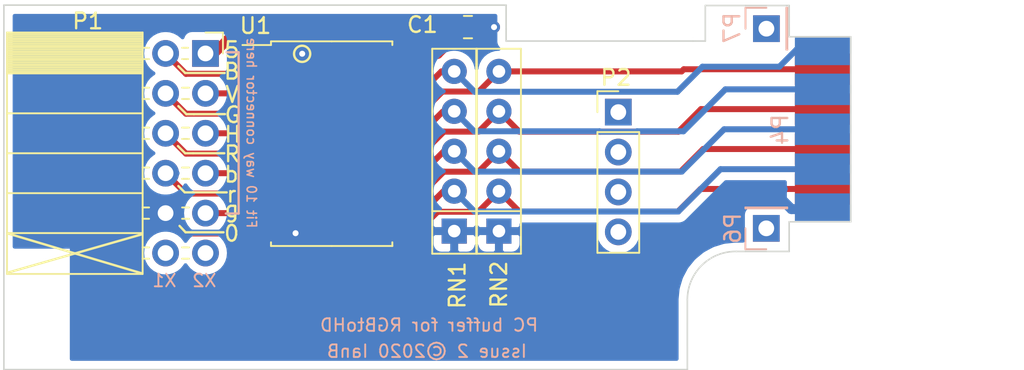
<source format=kicad_pcb>
(kicad_pcb (version 20171130) (host pcbnew "(5.1.4)-1")

  (general
    (thickness 1.6)
    (drawings 60)
    (tracks 128)
    (zones 0)
    (modules 10)
    (nets 27)
  )

  (page A4)
  (layers
    (0 F.Cu signal)
    (31 B.Cu signal)
    (34 B.Paste user hide)
    (35 F.Paste user hide)
    (36 B.SilkS user)
    (37 F.SilkS user)
    (38 B.Mask user hide)
    (39 F.Mask user hide)
    (40 Dwgs.User user hide)
    (41 Cmts.User user hide)
    (44 Edge.Cuts user)
    (45 Margin user hide)
    (46 B.CrtYd user hide)
    (47 F.CrtYd user)
    (48 B.Fab user hide)
    (49 F.Fab user hide)
  )

  (setup
    (last_trace_width 0.2032)
    (user_trace_width 0.2032)
    (user_trace_width 0.381)
    (user_trace_width 0.635)
    (user_trace_width 0.762)
    (user_trace_width 0.889)
    (user_trace_width 1.016)
    (user_trace_width 1.143)
    (user_trace_width 1.27)
    (trace_clearance 0.2032)
    (zone_clearance 0.508)
    (zone_45_only yes)
    (trace_min 0.2032)
    (via_size 0.6604)
    (via_drill 0.3048)
    (via_min_size 0.6604)
    (via_min_drill 0.3048)
    (uvia_size 0.6096)
    (uvia_drill 0.3048)
    (uvias_allowed no)
    (uvia_min_size 0)
    (uvia_min_drill 0)
    (edge_width 0.1)
    (segment_width 0.2)
    (pcb_text_width 0.2)
    (pcb_text_size 1.25 1.25)
    (mod_edge_width 0.15)
    (mod_text_size 1 1)
    (mod_text_width 0.15)
    (pad_size 3.5 1.75)
    (pad_drill 0)
    (pad_to_mask_clearance 0.15)
    (solder_mask_min_width 0.26)
    (aux_axis_origin 12.502 54.50096)
    (grid_origin 45.002 28.00096)
    (visible_elements 7FFFFFFF)
    (pcbplotparams
      (layerselection 0x010f0_ffffffff)
      (usegerberextensions true)
      (usegerberattributes false)
      (usegerberadvancedattributes false)
      (creategerberjobfile false)
      (excludeedgelayer true)
      (linewidth 0.100000)
      (plotframeref false)
      (viasonmask false)
      (mode 1)
      (useauxorigin false)
      (hpglpennumber 1)
      (hpglpenspeed 20)
      (hpglpendiameter 15.000000)
      (psnegative false)
      (psa4output false)
      (plotreference true)
      (plotvalue false)
      (plotinvisibletext false)
      (padsonsilk false)
      (subtractmaskfromsilk false)
      (outputformat 1)
      (mirror false)
      (drillshape 0)
      (scaleselection 1)
      (outputdirectory "manufacturing/"))
  )

  (net 0 "")
  (net 1 /GND)
  (net 2 /SYNC)
  (net 3 /VSYNC)
  (net 4 "Net-(P6-Pad1)")
  (net 5 /VCC)
  (net 6 "Net-(P7-Pad1)")
  (net 7 "Net-(P2-Pad4)")
  (net 8 "Net-(P2-Pad3)")
  (net 9 "Net-(P2-Pad2)")
  (net 10 "Net-(P2-Pad1)")
  (net 11 /I_VSYNC)
  (net 12 /I_SYNC)
  (net 13 /B3)
  (net 14 /G3)
  (net 15 /R3)
  (net 16 /B2)
  (net 17 /R2)
  (net 18 /G2)
  (net 19 /B1)
  (net 20 /R1)
  (net 21 /I_B3)
  (net 22 /I_G3)
  (net 23 /I_R3)
  (net 24 /I_R2)
  (net 25 /I_B2)
  (net 26 /I_G2)

  (net_class Default "This is the default net class."
    (clearance 0.2032)
    (trace_width 0.2032)
    (via_dia 0.6604)
    (via_drill 0.3048)
    (uvia_dia 0.6096)
    (uvia_drill 0.3048)
    (diff_pair_width 0.2032)
    (diff_pair_gap 0.25)
    (add_net /B1)
    (add_net /B2)
    (add_net /B3)
    (add_net /G2)
    (add_net /G3)
    (add_net /GND)
    (add_net /I_B2)
    (add_net /I_B3)
    (add_net /I_G2)
    (add_net /I_G3)
    (add_net /I_R2)
    (add_net /I_R3)
    (add_net /I_SYNC)
    (add_net /I_VSYNC)
    (add_net /R1)
    (add_net /R2)
    (add_net /R3)
    (add_net /SYNC)
    (add_net /VCC)
    (add_net /VSYNC)
    (add_net "Net-(P2-Pad1)")
    (add_net "Net-(P2-Pad2)")
    (add_net "Net-(P2-Pad3)")
    (add_net "Net-(P2-Pad4)")
    (add_net "Net-(P6-Pad1)")
    (add_net "Net-(P7-Pad1)")
  )

  (net_class Power ""
    (clearance 0.2032)
    (trace_width 0.381)
    (via_dia 0.762)
    (via_drill 0.381)
    (uvia_dia 0.6096)
    (uvia_drill 0.3048)
    (diff_pair_width 0.2032)
    (diff_pair_gap 0.25)
  )

  (module Connector_Harwin:Harwin_M20-89005xx_1x05_P2.54mm_Horizontal_CUSTOM_ODD (layer B.Cu) (tedit 5E710593) (tstamp 5E6AB2E8)
    (at 85.127 39.20096)
    (descr "Harwin Male Horizontal Surface Mount Single Row 2.54mm (0.1 inch) Pitch PCB Connector, M20-89005xx, 5 Pins per row (https://cdn.harwin.com/pdfs/M20-890.pdf), generated with kicad-footprint-generator")
    (tags "connector Harwin M20-890 horizontal")
    (path /5E6A8473)
    (fp_text reference P4 (at -8.215 0.02 90) (layer B.SilkS)
      (effects (font (size 1 1) (thickness 0.15)) (justify mirror))
    )
    (fp_text value Conn_01x05_CUSTOM_ODD (at -0.48 -7.55) (layer B.Fab)
      (effects (font (size 1 1) (thickness 0.15)) (justify mirror))
    )
    (fp_line (start -7.28 -6.85) (end -7.28 6.85) (layer B.CrtYd) (width 0.05))
    (fp_line (start 7.28 -6.85) (end -7.28 -6.85) (layer B.CrtYd) (width 0.05))
    (fp_line (start 7.28 6.85) (end 7.28 -6.85) (layer B.CrtYd) (width 0.05))
    (fp_line (start -7.28 6.85) (end 7.28 6.85) (layer B.CrtYd) (width 0.05))
    (fp_line (start -6.425 -4.76) (end -6.425 -5.4) (layer B.Fab) (width 0.1))
    (fp_line (start -6.425 -2.22) (end -6.425 -2.86) (layer B.Fab) (width 0.1))
    (fp_line (start -6.425 0.32) (end -6.425 -0.32) (layer B.Fab) (width 0.1))
    (fp_line (start -6.425 2.86) (end -6.425 2.22) (layer B.Fab) (width 0.1))
    (fp_line (start -6.425 5.4) (end -6.425 4.76) (layer B.Fab) (width 0.1))
    (pad 9 connect rect (at -5.525 -4.955) (size 3.5 1.75) (layers B.Cu B.Mask)
      (net 21 /I_B3))
    (pad 7 connect rect (at -5.525 -2.54) (size 3.5 2) (layers B.Cu B.Mask)
      (net 22 /I_G3))
    (pad 5 connect rect (at -5.525 0) (size 3.5 2) (layers B.Cu B.Mask)
      (net 23 /I_R3))
    (pad 3 connect rect (at -5.525 2.54) (size 3.5 2) (layers B.Cu B.Mask)
      (net 24 /I_R2))
    (pad 1 connect rect (at -5.525 4.955) (size 3.5 1.75) (layers B.Cu B.Mask)
      (net 1 /GND))
    (model ${KISYS3DMOD}/Connector_Harwin.3dshapes/Harwin_M20-89005xx_1x05_P2.54mm_Horizontal.wrl
      (at (xyz 0 0 0))
      (scale (xyz 1 1 1))
      (rotate (xyz 0 0 0))
    )
  )

  (module Resistor_THT:R_Array_SIP5 (layer F.Cu) (tedit 5A14249F) (tstamp 5E6AFCF6)
    (at 56.178 45.67936 90)
    (descr "5-pin Resistor SIP pack")
    (tags R)
    (path /5E6D7B29)
    (fp_text reference RN1 (at -3.45 0.2 90) (layer F.SilkS)
      (effects (font (size 1 1) (thickness 0.15)))
    )
    (fp_text value 470R (at 6.35 2.4 90) (layer F.Fab)
      (effects (font (size 1 1) (thickness 0.15)))
    )
    (fp_text user %R (at 5.08 0 90) (layer F.Fab)
      (effects (font (size 1 1) (thickness 0.15)))
    )
    (fp_line (start -1.29 -1.25) (end -1.29 1.25) (layer F.Fab) (width 0.1))
    (fp_line (start -1.29 1.25) (end 11.45 1.25) (layer F.Fab) (width 0.1))
    (fp_line (start 11.45 1.25) (end 11.45 -1.25) (layer F.Fab) (width 0.1))
    (fp_line (start 11.45 -1.25) (end -1.29 -1.25) (layer F.Fab) (width 0.1))
    (fp_line (start 1.27 -1.25) (end 1.27 1.25) (layer F.Fab) (width 0.1))
    (fp_line (start -1.44 -1.4) (end -1.44 1.4) (layer F.SilkS) (width 0.12))
    (fp_line (start -1.44 1.4) (end 11.6 1.4) (layer F.SilkS) (width 0.12))
    (fp_line (start 11.6 1.4) (end 11.6 -1.4) (layer F.SilkS) (width 0.12))
    (fp_line (start 11.6 -1.4) (end -1.44 -1.4) (layer F.SilkS) (width 0.12))
    (fp_line (start 1.27 -1.4) (end 1.27 1.4) (layer F.SilkS) (width 0.12))
    (fp_line (start -1.7 -1.65) (end -1.7 1.65) (layer F.CrtYd) (width 0.05))
    (fp_line (start -1.7 1.65) (end 11.9 1.65) (layer F.CrtYd) (width 0.05))
    (fp_line (start 11.9 1.65) (end 11.9 -1.65) (layer F.CrtYd) (width 0.05))
    (fp_line (start 11.9 -1.65) (end -1.7 -1.65) (layer F.CrtYd) (width 0.05))
    (pad 1 thru_hole rect (at 0 0 90) (size 1.6 1.6) (drill 0.8) (layers *.Cu *.Mask)
      (net 1 /GND))
    (pad 2 thru_hole oval (at 2.54 0 90) (size 1.6 1.6) (drill 0.8) (layers *.Cu *.Mask)
      (net 24 /I_R2))
    (pad 3 thru_hole oval (at 5.08 0 90) (size 1.6 1.6) (drill 0.8) (layers *.Cu *.Mask)
      (net 23 /I_R3))
    (pad 4 thru_hole oval (at 7.62 0 90) (size 1.6 1.6) (drill 0.8) (layers *.Cu *.Mask)
      (net 22 /I_G3))
    (pad 5 thru_hole oval (at 10.16 0 90) (size 1.6 1.6) (drill 0.8) (layers *.Cu *.Mask)
      (net 21 /I_B3))
    (model ${KISYS3DMOD}/Resistor_THT.3dshapes/R_Array_SIP5.wrl
      (at (xyz 0 0 0))
      (scale (xyz 1 1 1))
      (rotate (xyz 0 0 0))
    )
  )

  (module Connector_PinHeader_2.54mm:PinHeader_1x04_P2.54mm_Vertical locked (layer F.Cu) (tedit 59FED5CC) (tstamp 5DCC4DD0)
    (at 66.6174 38.11016)
    (descr "Through hole straight pin header, 1x04, 2.54mm pitch, single row")
    (tags "Through hole pin header THT 1x04 2.54mm single row")
    (path /5DCFA861)
    (fp_text reference P2 (at -0.14478 -2.1971) (layer F.SilkS)
      (effects (font (size 1 1) (thickness 0.15)))
    )
    (fp_text value Conn_01x04 (at 0 9.95) (layer F.Fab)
      (effects (font (size 1 1) (thickness 0.15)))
    )
    (fp_text user %R (at 0 3.81 90) (layer F.Fab)
      (effects (font (size 1 1) (thickness 0.15)))
    )
    (fp_line (start 1.8 -1.8) (end -1.8 -1.8) (layer F.CrtYd) (width 0.05))
    (fp_line (start 1.8 9.4) (end 1.8 -1.8) (layer F.CrtYd) (width 0.05))
    (fp_line (start -1.8 9.4) (end 1.8 9.4) (layer F.CrtYd) (width 0.05))
    (fp_line (start -1.8 -1.8) (end -1.8 9.4) (layer F.CrtYd) (width 0.05))
    (fp_line (start -1.33 -1.33) (end 0 -1.33) (layer F.SilkS) (width 0.12))
    (fp_line (start -1.33 0) (end -1.33 -1.33) (layer F.SilkS) (width 0.12))
    (fp_line (start -1.33 1.27) (end 1.33 1.27) (layer F.SilkS) (width 0.12))
    (fp_line (start 1.33 1.27) (end 1.33 8.95) (layer F.SilkS) (width 0.12))
    (fp_line (start -1.33 1.27) (end -1.33 8.95) (layer F.SilkS) (width 0.12))
    (fp_line (start -1.33 8.95) (end 1.33 8.95) (layer F.SilkS) (width 0.12))
    (fp_line (start -1.27 -0.635) (end -0.635 -1.27) (layer F.Fab) (width 0.1))
    (fp_line (start -1.27 8.89) (end -1.27 -0.635) (layer F.Fab) (width 0.1))
    (fp_line (start 1.27 8.89) (end -1.27 8.89) (layer F.Fab) (width 0.1))
    (fp_line (start 1.27 -1.27) (end 1.27 8.89) (layer F.Fab) (width 0.1))
    (fp_line (start -0.635 -1.27) (end 1.27 -1.27) (layer F.Fab) (width 0.1))
    (pad 4 thru_hole oval (at 0 7.62) (size 1.7 1.7) (drill 1) (layers *.Cu *.Mask)
      (net 7 "Net-(P2-Pad4)"))
    (pad 3 thru_hole oval (at 0 5.08) (size 1.7 1.7) (drill 1) (layers *.Cu *.Mask)
      (net 8 "Net-(P2-Pad3)"))
    (pad 2 thru_hole oval (at 0 2.54) (size 1.7 1.7) (drill 1) (layers *.Cu *.Mask)
      (net 9 "Net-(P2-Pad2)"))
    (pad 1 thru_hole rect (at 0 0) (size 1.7 1.7) (drill 1) (layers *.Cu *.Mask)
      (net 10 "Net-(P2-Pad1)"))
    (model ${KISYS3DMOD}/Connector_PinHeader_2.54mm.3dshapes/PinHeader_1x04_P2.54mm_Vertical.wrl
      (at (xyz 0 0 0))
      (scale (xyz 1 1 1))
      (rotate (xyz 0 0 0))
    )
  )

  (module Connector_PinHeader_2.54mm:PinHeader_1x01_P2.54mm_Vertical (layer B.Cu) (tedit 59FED5CC) (tstamp 5DCB85A9)
    (at 76.03318 45.5041)
    (descr "Through hole straight pin header, 1x01, 2.54mm pitch, single row")
    (tags "Through hole pin header THT 1x01 2.54mm single row")
    (path /5DD07D72)
    (fp_text reference P6 (at -2.1336 0 90) (layer B.SilkS)
      (effects (font (size 1 1) (thickness 0.15)) (justify mirror))
    )
    (fp_text value Conn_01x01 (at 0 -2.33) (layer B.Fab)
      (effects (font (size 1 1) (thickness 0.15)) (justify mirror))
    )
    (fp_line (start -0.635 1.27) (end 1.27 1.27) (layer B.Fab) (width 0.1))
    (fp_line (start 1.27 1.27) (end 1.27 -1.27) (layer B.Fab) (width 0.1))
    (fp_line (start 1.27 -1.27) (end -1.27 -1.27) (layer B.Fab) (width 0.1))
    (fp_line (start -1.27 -1.27) (end -1.27 0.635) (layer B.Fab) (width 0.1))
    (fp_line (start -1.27 0.635) (end -0.635 1.27) (layer B.Fab) (width 0.1))
    (fp_line (start -1.33 -1.33) (end 1.33 -1.33) (layer B.SilkS) (width 0.12))
    (fp_line (start -1.33 -1.27) (end -1.33 -1.33) (layer B.SilkS) (width 0.12))
    (fp_line (start 1.33 -1.27) (end 1.33 -1.33) (layer B.SilkS) (width 0.12))
    (fp_line (start -1.33 -1.27) (end 1.33 -1.27) (layer B.SilkS) (width 0.12))
    (fp_line (start -1.33 0) (end -1.33 1.33) (layer B.SilkS) (width 0.12))
    (fp_line (start -1.33 1.33) (end 0 1.33) (layer B.SilkS) (width 0.12))
    (fp_line (start -1.8 1.8) (end -1.8 -1.8) (layer B.CrtYd) (width 0.05))
    (fp_line (start -1.8 -1.8) (end 1.8 -1.8) (layer B.CrtYd) (width 0.05))
    (fp_line (start 1.8 -1.8) (end 1.8 1.8) (layer B.CrtYd) (width 0.05))
    (fp_line (start 1.8 1.8) (end -1.8 1.8) (layer B.CrtYd) (width 0.05))
    (fp_text user %R (at 0 0 270) (layer B.Fab)
      (effects (font (size 1 1) (thickness 0.15)) (justify mirror))
    )
    (pad 1 thru_hole rect (at 0 0) (size 1.7 1.7) (drill 1) (layers *.Cu *.Mask)
      (net 4 "Net-(P6-Pad1)"))
    (model ${KISYS3DMOD}/Connector_PinHeader_2.54mm.3dshapes/PinHeader_1x01_P2.54mm_Vertical.wrl
      (at (xyz 0 0 0))
      (scale (xyz 1 1 1))
      (rotate (xyz 0 0 0))
    )
  )

  (module Connector_PinSocket_2.54mm:PinSocket_2x06_P2.54mm_Horizontal locked (layer F.Cu) (tedit 5A19A42C) (tstamp 5E4F1D96)
    (at 40.3538 34.37636)
    (descr "Through hole angled socket strip, 2x06, 2.54mm pitch, 8.51mm socket length, double cols (from Kicad 4.0.7), script generated")
    (tags "Through hole angled socket strip THT 2x06 2.54mm double row")
    (path /5E50C60D)
    (zone_connect 2)
    (fp_text reference P1 (at -7.493 -2.0574) (layer F.SilkS)
      (effects (font (size 1 1) (thickness 0.15)))
    )
    (fp_text value Conn_02x06_Odd_Even (at -5.65 15.47) (layer F.Fab)
      (effects (font (size 1 1) (thickness 0.15)))
    )
    (fp_line (start -12.57 -1.27) (end -5.03 -1.27) (layer F.Fab) (width 0.1))
    (fp_line (start -5.03 -1.27) (end -4.06 -0.3) (layer F.Fab) (width 0.1))
    (fp_line (start -4.06 -0.3) (end -4.06 13.97) (layer F.Fab) (width 0.1))
    (fp_line (start -4.06 13.97) (end -12.57 13.97) (layer F.Fab) (width 0.1))
    (fp_line (start -12.57 13.97) (end -12.57 -1.27) (layer F.Fab) (width 0.1))
    (fp_line (start 0 -0.3) (end -4.06 -0.3) (layer F.Fab) (width 0.1))
    (fp_line (start -4.06 0.3) (end 0 0.3) (layer F.Fab) (width 0.1))
    (fp_line (start 0 0.3) (end 0 -0.3) (layer F.Fab) (width 0.1))
    (fp_line (start 0 2.24) (end -4.06 2.24) (layer F.Fab) (width 0.1))
    (fp_line (start -4.06 2.84) (end 0 2.84) (layer F.Fab) (width 0.1))
    (fp_line (start 0 2.84) (end 0 2.24) (layer F.Fab) (width 0.1))
    (fp_line (start 0 4.78) (end -4.06 4.78) (layer F.Fab) (width 0.1))
    (fp_line (start -4.06 5.38) (end 0 5.38) (layer F.Fab) (width 0.1))
    (fp_line (start 0 5.38) (end 0 4.78) (layer F.Fab) (width 0.1))
    (fp_line (start 0 7.32) (end -4.06 7.32) (layer F.Fab) (width 0.1))
    (fp_line (start -4.06 7.92) (end 0 7.92) (layer F.Fab) (width 0.1))
    (fp_line (start 0 7.92) (end 0 7.32) (layer F.Fab) (width 0.1))
    (fp_line (start 0 9.86) (end -4.06 9.86) (layer F.Fab) (width 0.1))
    (fp_line (start -4.06 10.46) (end 0 10.46) (layer F.Fab) (width 0.1))
    (fp_line (start 0 10.46) (end 0 9.86) (layer F.Fab) (width 0.1))
    (fp_line (start 0 12.4) (end -4.06 12.4) (layer F.Fab) (width 0.1))
    (fp_line (start -4.06 13) (end 0 13) (layer F.Fab) (width 0.1))
    (fp_line (start 0 13) (end 0 12.4) (layer F.Fab) (width 0.1))
    (fp_line (start -12.63 -1.21) (end -4 -1.21) (layer F.SilkS) (width 0.12))
    (fp_line (start -12.63 -1.091905) (end -4 -1.091905) (layer F.SilkS) (width 0.12))
    (fp_line (start -12.63 -0.97381) (end -4 -0.97381) (layer F.SilkS) (width 0.12))
    (fp_line (start -12.63 -0.855715) (end -4 -0.855715) (layer F.SilkS) (width 0.12))
    (fp_line (start -12.63 -0.73762) (end -4 -0.73762) (layer F.SilkS) (width 0.12))
    (fp_line (start -12.63 -0.619525) (end -4 -0.619525) (layer F.SilkS) (width 0.12))
    (fp_line (start -12.63 -0.50143) (end -4 -0.50143) (layer F.SilkS) (width 0.12))
    (fp_line (start -12.63 -0.383335) (end -4 -0.383335) (layer F.SilkS) (width 0.12))
    (fp_line (start -12.63 -0.26524) (end -4 -0.26524) (layer F.SilkS) (width 0.12))
    (fp_line (start -12.63 -0.147145) (end -4 -0.147145) (layer F.SilkS) (width 0.12))
    (fp_line (start -12.63 -0.02905) (end -4 -0.02905) (layer F.SilkS) (width 0.12))
    (fp_line (start -12.63 0.089045) (end -4 0.089045) (layer F.SilkS) (width 0.12))
    (fp_line (start -12.63 0.20714) (end -4 0.20714) (layer F.SilkS) (width 0.12))
    (fp_line (start -12.63 0.325235) (end -4 0.325235) (layer F.SilkS) (width 0.12))
    (fp_line (start -12.63 0.44333) (end -4 0.44333) (layer F.SilkS) (width 0.12))
    (fp_line (start -12.63 0.561425) (end -4 0.561425) (layer F.SilkS) (width 0.12))
    (fp_line (start -12.63 0.67952) (end -4 0.67952) (layer F.SilkS) (width 0.12))
    (fp_line (start -12.63 0.797615) (end -4 0.797615) (layer F.SilkS) (width 0.12))
    (fp_line (start -12.63 0.91571) (end -4 0.91571) (layer F.SilkS) (width 0.12))
    (fp_line (start -12.63 1.033805) (end -4 1.033805) (layer F.SilkS) (width 0.12))
    (fp_line (start -12.63 1.1519) (end -4 1.1519) (layer F.SilkS) (width 0.12))
    (fp_line (start -4 -0.36) (end -3.59 -0.36) (layer F.SilkS) (width 0.12))
    (fp_line (start -1.49 -0.36) (end -1.11 -0.36) (layer F.SilkS) (width 0.12))
    (fp_line (start -4 0.36) (end -3.59 0.36) (layer F.SilkS) (width 0.12))
    (fp_line (start -1.49 0.36) (end -1.11 0.36) (layer F.SilkS) (width 0.12))
    (fp_line (start -4 2.18) (end -3.59 2.18) (layer F.SilkS) (width 0.12))
    (fp_line (start -1.49 2.18) (end -1.05 2.18) (layer F.SilkS) (width 0.12))
    (fp_line (start -4 2.9) (end -3.59 2.9) (layer F.SilkS) (width 0.12))
    (fp_line (start -1.49 2.9) (end -1.05 2.9) (layer F.SilkS) (width 0.12))
    (fp_line (start -4 4.72) (end -3.59 4.72) (layer F.SilkS) (width 0.12))
    (fp_line (start -1.49 4.72) (end -1.05 4.72) (layer F.SilkS) (width 0.12))
    (fp_line (start -4 5.44) (end -3.59 5.44) (layer F.SilkS) (width 0.12))
    (fp_line (start -1.49 5.44) (end -1.05 5.44) (layer F.SilkS) (width 0.12))
    (fp_line (start -4 7.26) (end -3.59 7.26) (layer F.SilkS) (width 0.12))
    (fp_line (start -1.49 7.26) (end -1.05 7.26) (layer F.SilkS) (width 0.12))
    (fp_line (start -4 7.98) (end -3.59 7.98) (layer F.SilkS) (width 0.12))
    (fp_line (start -1.49 7.98) (end -1.05 7.98) (layer F.SilkS) (width 0.12))
    (fp_line (start -4 9.8) (end -3.59 9.8) (layer F.SilkS) (width 0.12))
    (fp_line (start -1.49 9.8) (end -1.05 9.8) (layer F.SilkS) (width 0.12))
    (fp_line (start -4 10.52) (end -3.59 10.52) (layer F.SilkS) (width 0.12))
    (fp_line (start -1.49 10.52) (end -1.05 10.52) (layer F.SilkS) (width 0.12))
    (fp_line (start -4 12.34) (end -3.59 12.34) (layer F.SilkS) (width 0.12))
    (fp_line (start -1.49 12.34) (end -1.05 12.34) (layer F.SilkS) (width 0.12))
    (fp_line (start -4 13.06) (end -3.59 13.06) (layer F.SilkS) (width 0.12))
    (fp_line (start -1.49 13.06) (end -1.05 13.06) (layer F.SilkS) (width 0.12))
    (fp_line (start -12.63 1.27) (end -4 1.27) (layer F.SilkS) (width 0.12))
    (fp_line (start -12.63 3.81) (end -4 3.81) (layer F.SilkS) (width 0.12))
    (fp_line (start -12.63 6.35) (end -4 6.35) (layer F.SilkS) (width 0.12))
    (fp_line (start -12.63 8.89) (end -4 8.89) (layer F.SilkS) (width 0.12))
    (fp_line (start -12.63 11.43) (end -4 11.43) (layer F.SilkS) (width 0.12))
    (fp_line (start -12.63 -1.33) (end -4 -1.33) (layer F.SilkS) (width 0.12))
    (fp_line (start -4 -1.33) (end -4 14.03) (layer F.SilkS) (width 0.12))
    (fp_line (start -12.63 14.03) (end -4 14.03) (layer F.SilkS) (width 0.12))
    (fp_line (start -12.63 -1.33) (end -12.63 14.03) (layer F.SilkS) (width 0.12))
    (fp_line (start 1.11 -1.33) (end 1.11 0) (layer F.SilkS) (width 0.12))
    (fp_line (start 0 -1.33) (end 1.11 -1.33) (layer F.SilkS) (width 0.12))
    (fp_line (start 1.8 -1.8) (end -13.05 -1.8) (layer F.CrtYd) (width 0.05))
    (fp_line (start -13.05 -1.8) (end -13.05 14.45) (layer F.CrtYd) (width 0.05))
    (fp_line (start -13.05 14.45) (end 1.8 14.45) (layer F.CrtYd) (width 0.05))
    (fp_line (start 1.8 14.45) (end 1.8 -1.8) (layer F.CrtYd) (width 0.05))
    (fp_text user %R (at -8.315 6.35 90) (layer F.Fab)
      (effects (font (size 1 1) (thickness 0.15)))
    )
    (pad 1 thru_hole rect (at 0 0) (size 1.7 1.7) (drill 1) (layers *.Cu *.Mask)
      (net 5 /VCC) (zone_connect 2))
    (pad 2 thru_hole oval (at -2.54 0) (size 1.7 1.7) (drill 1) (layers *.Cu *.Mask)
      (net 13 /B3) (zone_connect 2))
    (pad 3 thru_hole oval (at 0 2.54) (size 1.7 1.7) (drill 1) (layers *.Cu *.Mask)
      (net 3 /VSYNC) (zone_connect 2))
    (pad 4 thru_hole oval (at -2.54 2.54) (size 1.7 1.7) (drill 1) (layers *.Cu *.Mask)
      (net 14 /G3) (zone_connect 2))
    (pad 5 thru_hole oval (at 0 5.08) (size 1.7 1.7) (drill 1) (layers *.Cu *.Mask)
      (net 2 /SYNC) (zone_connect 2))
    (pad 6 thru_hole oval (at -2.54 5.08) (size 1.7 1.7) (drill 1) (layers *.Cu *.Mask)
      (net 15 /R3) (zone_connect 2))
    (pad 7 thru_hole oval (at 0 7.62) (size 1.7 1.7) (drill 1) (layers *.Cu *.Mask)
      (net 16 /B2) (zone_connect 2))
    (pad 8 thru_hole oval (at -2.54 7.62) (size 1.7 1.7) (drill 1) (layers *.Cu *.Mask)
      (net 17 /R2) (zone_connect 2))
    (pad 9 thru_hole oval (at 0 10.16) (size 1.7 1.7) (drill 1) (layers *.Cu *.Mask)
      (net 18 /G2) (zone_connect 2))
    (pad 10 thru_hole oval (at -2.54 10.16) (size 1.7 1.7) (drill 1) (layers *.Cu *.Mask)
      (net 1 /GND) (zone_connect 2))
    (pad 11 thru_hole oval (at 0 12.7) (size 1.7 1.7) (drill 1) (layers *.Cu *.Mask)
      (net 19 /B1) (zone_connect 2))
    (pad 12 thru_hole oval (at -2.54 12.7) (size 1.7 1.7) (drill 1) (layers *.Cu *.Mask)
      (net 20 /R1) (zone_connect 2))
    (model ${KISYS3DMOD}/Connector_PinSocket_2.54mm.3dshapes/PinSocket_2x06_P2.54mm_Horizontal.wrl
      (at (xyz 0 0 0))
      (scale (xyz 1 1 1))
      (rotate (xyz 0 0 0))
    )
  )

  (module Connector_PinHeader_2.54mm:PinHeader_1x01_P2.54mm_Vertical (layer B.Cu) (tedit 59FED5CC) (tstamp 5E575828)
    (at 76.0408 32.80156 270)
    (descr "Through hole straight pin header, 1x01, 2.54mm pitch, single row")
    (tags "Through hole pin header THT 1x01 2.54mm single row")
    (path /5E6322BC)
    (fp_text reference P7 (at -0.0508 2.1844 270) (layer B.SilkS)
      (effects (font (size 1 1) (thickness 0.15)) (justify mirror))
    )
    (fp_text value Conn_01x01 (at 0 -2.33 90) (layer B.Fab)
      (effects (font (size 1 1) (thickness 0.15)) (justify mirror))
    )
    (fp_line (start -0.635 1.27) (end 1.27 1.27) (layer B.Fab) (width 0.1))
    (fp_line (start 1.27 1.27) (end 1.27 -1.27) (layer B.Fab) (width 0.1))
    (fp_line (start 1.27 -1.27) (end -1.27 -1.27) (layer B.Fab) (width 0.1))
    (fp_line (start -1.27 -1.27) (end -1.27 0.635) (layer B.Fab) (width 0.1))
    (fp_line (start -1.27 0.635) (end -0.635 1.27) (layer B.Fab) (width 0.1))
    (fp_line (start -1.33 -1.33) (end 1.33 -1.33) (layer B.SilkS) (width 0.12))
    (fp_line (start -1.33 -1.27) (end -1.33 -1.33) (layer B.SilkS) (width 0.12))
    (fp_line (start 1.33 -1.27) (end 1.33 -1.33) (layer B.SilkS) (width 0.12))
    (fp_line (start -1.33 -1.27) (end 1.33 -1.27) (layer B.SilkS) (width 0.12))
    (fp_line (start -1.33 0) (end -1.33 1.33) (layer B.SilkS) (width 0.12))
    (fp_line (start -1.33 1.33) (end 0 1.33) (layer B.SilkS) (width 0.12))
    (fp_line (start -1.8 1.8) (end -1.8 -1.8) (layer B.CrtYd) (width 0.05))
    (fp_line (start -1.8 -1.8) (end 1.8 -1.8) (layer B.CrtYd) (width 0.05))
    (fp_line (start 1.8 -1.8) (end 1.8 1.8) (layer B.CrtYd) (width 0.05))
    (fp_line (start 1.8 1.8) (end -1.8 1.8) (layer B.CrtYd) (width 0.05))
    (fp_text user %R (at 0 0 180) (layer B.Fab)
      (effects (font (size 1 1) (thickness 0.15)) (justify mirror))
    )
    (pad 1 thru_hole rect (at 0 0 270) (size 1.7 1.7) (drill 1) (layers *.Cu *.Mask)
      (net 6 "Net-(P7-Pad1)"))
    (model ${KISYS3DMOD}/Connector_PinHeader_2.54mm.3dshapes/PinHeader_1x01_P2.54mm_Vertical.wrl
      (at (xyz 0 0 0))
      (scale (xyz 1 1 1))
      (rotate (xyz 0 0 0))
    )
  )

  (module Package_SO:SOIC-20W_7.5x12.8mm_P1.27mm (layer F.Cu) (tedit 5C97300E) (tstamp 5E6AF2DD)
    (at 48.3802 40.11676)
    (descr "SOIC, 20 Pin (JEDEC MS-013AC, https://www.analog.com/media/en/package-pcb-resources/package/233848rw_20.pdf), generated with kicad-footprint-generator ipc_gullwing_generator.py")
    (tags "SOIC SO")
    (path /5E6CBF98)
    (attr smd)
    (fp_text reference U1 (at -4.85 -7.5) (layer F.SilkS)
      (effects (font (size 1 1) (thickness 0.15)))
    )
    (fp_text value 74LS245 (at 0 7.35) (layer F.Fab)
      (effects (font (size 1 1) (thickness 0.15)))
    )
    (fp_line (start 0 6.51) (end 3.86 6.51) (layer F.SilkS) (width 0.12))
    (fp_line (start 3.86 6.51) (end 3.86 6.275) (layer F.SilkS) (width 0.12))
    (fp_line (start 0 6.51) (end -3.86 6.51) (layer F.SilkS) (width 0.12))
    (fp_line (start -3.86 6.51) (end -3.86 6.275) (layer F.SilkS) (width 0.12))
    (fp_line (start 0 -6.51) (end 3.86 -6.51) (layer F.SilkS) (width 0.12))
    (fp_line (start 3.86 -6.51) (end 3.86 -6.275) (layer F.SilkS) (width 0.12))
    (fp_line (start 0 -6.51) (end -3.86 -6.51) (layer F.SilkS) (width 0.12))
    (fp_line (start -3.86 -6.51) (end -3.86 -6.275) (layer F.SilkS) (width 0.12))
    (fp_line (start -3.86 -6.275) (end -5.675 -6.275) (layer F.SilkS) (width 0.12))
    (fp_line (start -2.75 -6.4) (end 3.75 -6.4) (layer F.Fab) (width 0.1))
    (fp_line (start 3.75 -6.4) (end 3.75 6.4) (layer F.Fab) (width 0.1))
    (fp_line (start 3.75 6.4) (end -3.75 6.4) (layer F.Fab) (width 0.1))
    (fp_line (start -3.75 6.4) (end -3.75 -5.4) (layer F.Fab) (width 0.1))
    (fp_line (start -3.75 -5.4) (end -2.75 -6.4) (layer F.Fab) (width 0.1))
    (fp_line (start -5.93 -6.65) (end -5.93 6.65) (layer F.CrtYd) (width 0.05))
    (fp_line (start -5.93 6.65) (end 5.93 6.65) (layer F.CrtYd) (width 0.05))
    (fp_line (start 5.93 6.65) (end 5.93 -6.65) (layer F.CrtYd) (width 0.05))
    (fp_line (start 5.93 -6.65) (end -5.93 -6.65) (layer F.CrtYd) (width 0.05))
    (fp_text user %R (at 0 0) (layer F.Fab)
      (effects (font (size 1 1) (thickness 0.15)))
    )
    (pad 1 smd roundrect (at -4.65 -5.715) (size 2.05 0.6) (layers F.Cu F.Paste F.Mask) (roundrect_rratio 0.25)
      (net 1 /GND))
    (pad 2 smd roundrect (at -4.65 -4.445) (size 2.05 0.6) (layers F.Cu F.Paste F.Mask) (roundrect_rratio 0.25)
      (net 13 /B3))
    (pad 3 smd roundrect (at -4.65 -3.175) (size 2.05 0.6) (layers F.Cu F.Paste F.Mask) (roundrect_rratio 0.25)
      (net 3 /VSYNC))
    (pad 4 smd roundrect (at -4.65 -1.905) (size 2.05 0.6) (layers F.Cu F.Paste F.Mask) (roundrect_rratio 0.25)
      (net 14 /G3))
    (pad 5 smd roundrect (at -4.65 -0.635) (size 2.05 0.6) (layers F.Cu F.Paste F.Mask) (roundrect_rratio 0.25)
      (net 2 /SYNC))
    (pad 6 smd roundrect (at -4.65 0.635) (size 2.05 0.6) (layers F.Cu F.Paste F.Mask) (roundrect_rratio 0.25)
      (net 15 /R3))
    (pad 7 smd roundrect (at -4.65 1.905) (size 2.05 0.6) (layers F.Cu F.Paste F.Mask) (roundrect_rratio 0.25)
      (net 16 /B2))
    (pad 8 smd roundrect (at -4.65 3.175) (size 2.05 0.6) (layers F.Cu F.Paste F.Mask) (roundrect_rratio 0.25)
      (net 17 /R2))
    (pad 9 smd roundrect (at -4.65 4.445) (size 2.05 0.6) (layers F.Cu F.Paste F.Mask) (roundrect_rratio 0.25)
      (net 18 /G2))
    (pad 10 smd roundrect (at -4.65 5.715) (size 2.05 0.6) (layers F.Cu F.Paste F.Mask) (roundrect_rratio 0.25)
      (net 1 /GND))
    (pad 11 smd roundrect (at 4.65 5.715) (size 2.05 0.6) (layers F.Cu F.Paste F.Mask) (roundrect_rratio 0.25)
      (net 26 /I_G2))
    (pad 12 smd roundrect (at 4.65 4.445) (size 2.05 0.6) (layers F.Cu F.Paste F.Mask) (roundrect_rratio 0.25)
      (net 24 /I_R2))
    (pad 13 smd roundrect (at 4.65 3.175) (size 2.05 0.6) (layers F.Cu F.Paste F.Mask) (roundrect_rratio 0.25)
      (net 25 /I_B2))
    (pad 14 smd roundrect (at 4.65 1.905) (size 2.05 0.6) (layers F.Cu F.Paste F.Mask) (roundrect_rratio 0.25)
      (net 23 /I_R3))
    (pad 15 smd roundrect (at 4.65 0.635) (size 2.05 0.6) (layers F.Cu F.Paste F.Mask) (roundrect_rratio 0.25)
      (net 12 /I_SYNC))
    (pad 16 smd roundrect (at 4.65 -0.635) (size 2.05 0.6) (layers F.Cu F.Paste F.Mask) (roundrect_rratio 0.25)
      (net 22 /I_G3))
    (pad 17 smd roundrect (at 4.65 -1.905) (size 2.05 0.6) (layers F.Cu F.Paste F.Mask) (roundrect_rratio 0.25)
      (net 11 /I_VSYNC))
    (pad 18 smd roundrect (at 4.65 -3.175) (size 2.05 0.6) (layers F.Cu F.Paste F.Mask) (roundrect_rratio 0.25)
      (net 21 /I_B3))
    (pad 19 smd roundrect (at 4.65 -4.445) (size 2.05 0.6) (layers F.Cu F.Paste F.Mask) (roundrect_rratio 0.25)
      (net 1 /GND))
    (pad 20 smd roundrect (at 4.65 -5.715) (size 2.05 0.6) (layers F.Cu F.Paste F.Mask) (roundrect_rratio 0.25)
      (net 5 /VCC))
    (model ${KISYS3DMOD}/Package_SO.3dshapes/SOIC-20W_7.5x12.8mm_P1.27mm.wrl
      (at (xyz 0 0 0))
      (scale (xyz 1 1 1))
      (rotate (xyz 0 0 0))
    )
  )

  (module Resistor_THT:R_Array_SIP5 (layer F.Cu) (tedit 5A14249F) (tstamp 5E6AFD0E)
    (at 59.0228 45.67936 90)
    (descr "5-pin Resistor SIP pack")
    (tags R)
    (path /5E6DADBC)
    (fp_text reference RN2 (at -3.4 0 90) (layer F.SilkS)
      (effects (font (size 1 1) (thickness 0.15)))
    )
    (fp_text value 470R (at 6.35 2.4 90) (layer F.Fab)
      (effects (font (size 1 1) (thickness 0.15)))
    )
    (fp_line (start 11.9 -1.65) (end -1.7 -1.65) (layer F.CrtYd) (width 0.05))
    (fp_line (start 11.9 1.65) (end 11.9 -1.65) (layer F.CrtYd) (width 0.05))
    (fp_line (start -1.7 1.65) (end 11.9 1.65) (layer F.CrtYd) (width 0.05))
    (fp_line (start -1.7 -1.65) (end -1.7 1.65) (layer F.CrtYd) (width 0.05))
    (fp_line (start 1.27 -1.4) (end 1.27 1.4) (layer F.SilkS) (width 0.12))
    (fp_line (start 11.6 -1.4) (end -1.44 -1.4) (layer F.SilkS) (width 0.12))
    (fp_line (start 11.6 1.4) (end 11.6 -1.4) (layer F.SilkS) (width 0.12))
    (fp_line (start -1.44 1.4) (end 11.6 1.4) (layer F.SilkS) (width 0.12))
    (fp_line (start -1.44 -1.4) (end -1.44 1.4) (layer F.SilkS) (width 0.12))
    (fp_line (start 1.27 -1.25) (end 1.27 1.25) (layer F.Fab) (width 0.1))
    (fp_line (start 11.45 -1.25) (end -1.29 -1.25) (layer F.Fab) (width 0.1))
    (fp_line (start 11.45 1.25) (end 11.45 -1.25) (layer F.Fab) (width 0.1))
    (fp_line (start -1.29 1.25) (end 11.45 1.25) (layer F.Fab) (width 0.1))
    (fp_line (start -1.29 -1.25) (end -1.29 1.25) (layer F.Fab) (width 0.1))
    (fp_text user %R (at 5.08 0 90) (layer F.Fab)
      (effects (font (size 1 1) (thickness 0.15)))
    )
    (pad 5 thru_hole oval (at 10.16 0 90) (size 1.6 1.6) (drill 0.8) (layers *.Cu *.Mask)
      (net 11 /I_VSYNC))
    (pad 4 thru_hole oval (at 7.62 0 90) (size 1.6 1.6) (drill 0.8) (layers *.Cu *.Mask)
      (net 12 /I_SYNC))
    (pad 3 thru_hole oval (at 5.08 0 90) (size 1.6 1.6) (drill 0.8) (layers *.Cu *.Mask)
      (net 25 /I_B2))
    (pad 2 thru_hole oval (at 2.54 0 90) (size 1.6 1.6) (drill 0.8) (layers *.Cu *.Mask)
      (net 26 /I_G2))
    (pad 1 thru_hole rect (at 0 0 90) (size 1.6 1.6) (drill 0.8) (layers *.Cu *.Mask)
      (net 1 /GND))
    (model ${KISYS3DMOD}/Resistor_THT.3dshapes/R_Array_SIP5.wrl
      (at (xyz 0 0 0))
      (scale (xyz 1 1 1))
      (rotate (xyz 0 0 0))
    )
  )

  (module Capacitor_SMD:C_0805_2012Metric_Pad1.15x1.40mm_HandSolder (layer F.Cu) (tedit 5B36C52B) (tstamp 5E6B89E7)
    (at 57.052 32.70096 180)
    (descr "Capacitor SMD 0805 (2012 Metric), square (rectangular) end terminal, IPC_7351 nominal with elongated pad for handsoldering. (Body size source: https://docs.google.com/spreadsheets/d/1BsfQQcO9C6DZCsRaXUlFlo91Tg2WpOkGARC1WS5S8t0/edit?usp=sharing), generated with kicad-footprint-generator")
    (tags "capacitor handsolder")
    (path /5E6D4BDE)
    (attr smd)
    (fp_text reference C1 (at 2.9 0.15) (layer F.SilkS)
      (effects (font (size 1 1) (thickness 0.15)))
    )
    (fp_text value 100n (at 0 1.65) (layer F.Fab)
      (effects (font (size 1 1) (thickness 0.15)))
    )
    (fp_line (start -1 0.6) (end -1 -0.6) (layer F.Fab) (width 0.1))
    (fp_line (start -1 -0.6) (end 1 -0.6) (layer F.Fab) (width 0.1))
    (fp_line (start 1 -0.6) (end 1 0.6) (layer F.Fab) (width 0.1))
    (fp_line (start 1 0.6) (end -1 0.6) (layer F.Fab) (width 0.1))
    (fp_line (start -0.261252 -0.71) (end 0.261252 -0.71) (layer F.SilkS) (width 0.12))
    (fp_line (start -0.261252 0.71) (end 0.261252 0.71) (layer F.SilkS) (width 0.12))
    (fp_line (start -1.85 0.95) (end -1.85 -0.95) (layer F.CrtYd) (width 0.05))
    (fp_line (start -1.85 -0.95) (end 1.85 -0.95) (layer F.CrtYd) (width 0.05))
    (fp_line (start 1.85 -0.95) (end 1.85 0.95) (layer F.CrtYd) (width 0.05))
    (fp_line (start 1.85 0.95) (end -1.85 0.95) (layer F.CrtYd) (width 0.05))
    (fp_text user %R (at 0 0) (layer F.Fab)
      (effects (font (size 0.5 0.5) (thickness 0.08)))
    )
    (pad 1 smd roundrect (at -1.025 0 180) (size 1.15 1.4) (layers F.Cu F.Paste F.Mask) (roundrect_rratio 0.217391)
      (net 1 /GND))
    (pad 2 smd roundrect (at 1.025 0 180) (size 1.15 1.4) (layers F.Cu F.Paste F.Mask) (roundrect_rratio 0.217391)
      (net 5 /VCC))
    (model ${KISYS3DMOD}/Capacitor_SMD.3dshapes/C_0805_2012Metric.wrl
      (at (xyz 0 0 0))
      (scale (xyz 1 1 1))
      (rotate (xyz 0 0 0))
    )
  )

  (module Connector_Harwin:Harwin_M20-89004xx_1x04_P2.54mm_Horizontal_CUSTOM_EVEN (layer F.Cu) (tedit 5E6BFD86) (tstamp 5E6BF1CC)
    (at 85.12688 39.18966)
    (descr "Harwin Male Horizontal Surface Mount Single Row 2.54mm (0.1 inch) Pitch PCB Connector, M20-89004xx, 4 Pins per row (https://cdn.harwin.com/pdfs/M20-890.pdf), generated with kicad-footprint-generator")
    (tags "connector Harwin M20-890 horizontal")
    (path /5E6A62E5)
    (attr smd)
    (fp_text reference P5 (at -9.15974 -4.49834) (layer F.SilkS) hide
      (effects (font (size 1 1) (thickness 0.15)))
    )
    (fp_text value Conn_01x04_CUSTOM_EVEN (at -0.48 6.28) (layer F.Fab)
      (effects (font (size 1 1) (thickness 0.15)))
    )
    (fp_line (start -6.425 -4.13) (end -6.425 -3.49) (layer F.Fab) (width 0.1))
    (fp_line (start -6.425 -1.59) (end -6.425 -0.95) (layer F.Fab) (width 0.1))
    (fp_line (start -6.425 0.95) (end -6.425 1.59) (layer F.Fab) (width 0.1))
    (fp_line (start -6.425 3.49) (end -6.425 4.13) (layer F.Fab) (width 0.1))
    (fp_line (start -7.28 -5.58) (end 7.28 -5.58) (layer F.CrtYd) (width 0.05))
    (fp_line (start 7.28 -5.58) (end 7.28 5.58) (layer F.CrtYd) (width 0.05))
    (fp_line (start 7.28 5.58) (end -7.28 5.58) (layer F.CrtYd) (width 0.05))
    (fp_line (start -7.28 5.58) (end -7.28 -5.58) (layer F.CrtYd) (width 0.05))
    (pad 8 connect rect (at -5.525 -3.81) (size 3.5 2) (layers F.Cu F.Mask)
      (net 11 /I_VSYNC))
    (pad 6 connect rect (at -5.525 -1.27) (size 3.5 2) (layers F.Cu F.Mask)
      (net 12 /I_SYNC))
    (pad 4 connect rect (at -5.525 1.27) (size 3.5 2) (layers F.Cu F.Mask)
      (net 25 /I_B2))
    (pad 2 connect rect (at -5.525 3.81) (size 3.5 2) (layers F.Cu F.Mask)
      (net 26 /I_G2))
    (model ${KISYS3DMOD}/Connector_Harwin.3dshapes/Harwin_M20-89004xx_1x04_P2.54mm_Horizontal.wrl
      (at (xyz 0 0 0))
      (scale (xyz 1 1 1))
      (rotate (xyz 0 0 0))
    )
  )

  (gr_line (start 77.4886 45.08754) (end 77.4886 46.97476) (layer Edge.Cuts) (width 0.1) (tstamp 5E6BEDE2))
  (gr_line (start 81.40782 45.08754) (end 77.4886 45.08754) (layer Edge.Cuts) (width 0.1))
  (gr_line (start 81.40782 33.31464) (end 81.40782 45.08754) (layer Edge.Cuts) (width 0.1))
  (gr_line (start 77.49114 33.31464) (end 81.40782 33.31464) (layer Edge.Cuts) (width 0.1))
  (gr_line (start 77.49114 33.30448) (end 77.49114 33.31464) (layer Edge.Cuts) (width 0.1))
  (gr_line (start 77.4886 31.32836) (end 77.49114 33.30448) (layer Edge.Cuts) (width 0.1))
  (gr_circle (center 46.502 34.40096) (end 46.952 34.65096) (layer F.SilkS) (width 0.15))
  (gr_line (start 74.135799 46.97476) (end 77.4886 46.97476) (layer Edge.Cuts) (width 0.1) (tstamp 5E583A7A))
  (gr_line (start 71.011181 50.04816) (end 71.0116 54.49316) (layer Edge.Cuts) (width 0.1) (tstamp 5E583A77))
  (gr_text X2 (at 40.2776 48.82896) (layer B.SilkS)
    (effects (font (size 0.8 0.8) (thickness 0.12)) (justify mirror))
  )
  (gr_text X1 (at 37.7376 48.82896) (layer B.SilkS)
    (effects (font (size 0.8 0.8) (thickness 0.12)) (justify mirror))
  )
  (gr_line (start 72.1546 31.32836) (end 77.4886 31.32836) (layer Edge.Cuts) (width 0.1))
  (gr_line (start 27.5268 54.49316) (end 71.0116 54.49316) (layer Edge.Cuts) (width 0.1) (tstamp 5E575A9A))
  (gr_line (start 72.1546 33.58896) (end 72.1546 31.32836) (layer Edge.Cuts) (width 0.1))
  (gr_line (start 71.3672 33.58896) (end 72.1546 33.58896) (layer Edge.Cuts) (width 0.1))
  (gr_line (start 71.3672 33.58896) (end 59.48 33.58896) (layer Edge.Cuts) (width 0.1) (tstamp 5E575930))
  (gr_line (start 59.48 33.58896) (end 59.48 32.82696) (layer Edge.Cuts) (width 0.1) (tstamp 5E5758CA))
  (gr_text "Fit 10 way connector here" (at 43.2748 39.43096 270) (layer B.SilkS)
    (effects (font (size 0.6 0.6) (thickness 0.1)) (justify mirror))
  )
  (gr_line (start 42.462 34.30016) (end 41.7 34.30016) (layer B.SilkS) (width 0.15))
  (gr_line (start 42.462 44.56176) (end 42.462 34.30016) (layer B.SilkS) (width 0.15))
  (gr_line (start 41.6492 44.56176) (end 42.462 44.56176) (layer B.SilkS) (width 0.15))
  (gr_text "PC buffer for RGBtoHD" (at 54.5778 51.66106) (layer B.SilkS)
    (effects (font (size 0.8 0.8) (thickness 0.12)) (justify mirror))
  )
  (gr_line (start 27.7808 48.32096) (end 36.3152 45.88256) (layer F.SilkS) (width 0.15))
  (gr_line (start 27.7808 45.83176) (end 36.3152 48.37176) (layer F.SilkS) (width 0.15))
  (gr_line (start 39.0838 45.75556) (end 41.4968 45.75556) (layer F.SilkS) (width 0.15))
  (gr_line (start 38.7028 45.34916) (end 39.0838 45.75556) (layer F.SilkS) (width 0.15))
  (gr_line (start 59.48 31.30296) (end 59.48 32.82696) (layer Edge.Cuts) (width 0.1) (tstamp 5DD5AB6E))
  (gr_line (start 39.541 43.21556) (end 41.7 43.21556) (layer F.SilkS) (width 0.15))
  (gr_line (start 39.6172 38.23716) (end 41.5984 38.23716) (layer F.SilkS) (width 0.15))
  (gr_line (start 39.5664 40.72636) (end 41.5476 40.72636) (layer F.SilkS) (width 0.15))
  (gr_line (start 39.0584 35.62096) (end 41.573 35.62096) (layer F.SilkS) (width 0.15))
  (gr_line (start 38.6266 35.18916) (end 39.0584 35.62096) (layer F.SilkS) (width 0.15))
  (gr_line (start 39.033 43.21556) (end 38.6266 42.80916) (layer F.SilkS) (width 0.15))
  (gr_line (start 39.541 43.21556) (end 39.033 43.21556) (layer F.SilkS) (width 0.15))
  (gr_line (start 39.0584 40.72636) (end 38.6012 40.26916) (layer F.SilkS) (width 0.15))
  (gr_line (start 39.5664 40.72636) (end 39.0584 40.72636) (layer F.SilkS) (width 0.15))
  (gr_line (start 39.1346 38.23716) (end 38.6266 37.72916) (layer F.SilkS) (width 0.15))
  (gr_line (start 39.6172 38.23716) (end 39.1346 38.23716) (layer F.SilkS) (width 0.15))
  (gr_line (start 27.5268 31.30296) (end 59.48 31.30296) (layer Edge.Cuts) (width 0.1) (tstamp 5DD1BA95))
  (gr_text "Issue 2 ©2020 IanB" (at 54.4381 53.32476) (layer B.SilkS)
    (effects (font (size 0.8 0.8) (thickness 0.12)) (justify mirror))
  )
  (gr_text r (at 42.0048 43.34256) (layer F.SilkS)
    (effects (font (size 1 1) (thickness 0.15)))
  )
  (gr_text R (at 42.0556 40.77716) (layer F.SilkS)
    (effects (font (size 1 1) (thickness 0.15)))
  )
  (gr_text G (at 42.081 38.28796) (layer F.SilkS)
    (effects (font (size 1 1) (thickness 0.15)))
  )
  (gr_line (start 27.5268 31.30296) (end 27.5268 54.49316) (layer Edge.Cuts) (width 0.1))
  (gr_arc (start 74.085 50.048159) (end 74.135799 46.97476) (angle -90.94695176) (layer Edge.Cuts) (width 0.1))
  (gr_text 0 (at 42.0175 45.83176) (layer F.SilkS)
    (effects (font (size 1 1) (thickness 0.15)))
  )
  (gr_text B (at 42.0302 35.51936) (layer F.SilkS)
    (effects (font (size 1 1) (thickness 0.15)))
  )
  (gr_text g (at 42.0302 44.28236) (layer F.SilkS)
    (effects (font (size 1 1) (thickness 0.15)))
  )
  (gr_text b (at 42.0048 42.07256) (layer F.SilkS)
    (effects (font (size 1 1) (thickness 0.15)))
  )
  (gr_text H (at 42.081 39.53256) (layer F.SilkS)
    (effects (font (size 1 1) (thickness 0.15)))
  )
  (gr_text V (at 42.0556 36.99256) (layer F.SilkS)
    (effects (font (size 1 1) (thickness 0.15)))
  )
  (gr_text 5 (at 42.0302 34.14776) (layer F.SilkS)
    (effects (font (size 1 1) (thickness 0.15)))
  )
  (dimension 30.5 (width 0.15) (layer Dwgs.User)
    (gr_text "30.5 mm (SMT socket)" (at 88.05 39.25 270) (layer Dwgs.User)
      (effects (font (size 1.5 1.5) (thickness 0.15)))
    )
    (feature1 (pts (xy 78.5 54.5) (xy 89.1 54.5)))
    (feature2 (pts (xy 78.5 24) (xy 89.1 24)))
    (crossbar (pts (xy 87 24) (xy 87 54.5)))
    (arrow1a (pts (xy 87 54.5) (xy 86.413579 53.373496)))
    (arrow1b (pts (xy 87 54.5) (xy 87.586421 53.373496)))
    (arrow2a (pts (xy 87 24) (xy 86.413579 25.126504)))
    (arrow2b (pts (xy 87 24) (xy 87.586421 25.126504)))
  )
  (dimension 30 (width 0.15) (layer Dwgs.User)
    (gr_text "30 mm (Thru-hole)" (at 83.05 39.5 270) (layer Dwgs.User)
      (effects (font (size 1.5 1.5) (thickness 0.15)))
    )
    (feature1 (pts (xy 78.5 54.5) (xy 84.1 54.5)))
    (feature2 (pts (xy 78.5 24.5) (xy 84.1 24.5)))
    (crossbar (pts (xy 82 24.5) (xy 82 54.5)))
    (arrow1a (pts (xy 82 54.5) (xy 81.413579 53.373496)))
    (arrow1b (pts (xy 82 54.5) (xy 82.586421 53.373496)))
    (arrow2a (pts (xy 82 24.5) (xy 81.413579 25.626504)))
    (arrow2b (pts (xy 82 24.5) (xy 82.586421 25.626504)))
  )
  (dimension 23 (width 0.15) (layer Dwgs.User)
    (gr_text "23.000 mm" (at 7.95 39.5 90) (layer Dwgs.User)
      (effects (font (size 1.5 1.5) (thickness 0.15)))
    )
    (feature1 (pts (xy 11.5 28) (xy 6.9 28)))
    (feature2 (pts (xy 11.5 51) (xy 6.9 51)))
    (crossbar (pts (xy 9 51) (xy 9 28)))
    (arrow1a (pts (xy 9 28) (xy 9.586421 29.126504)))
    (arrow1b (pts (xy 9 28) (xy 8.413579 29.126504)))
    (arrow2a (pts (xy 9 51) (xy 9.586421 49.873496)))
    (arrow2b (pts (xy 9 51) (xy 8.413579 49.873496)))
  )
  (dimension 3.5 (width 0.15) (layer Dwgs.User)
    (gr_text "3.5 mm" (at 21 58.5) (layer Dwgs.User)
      (effects (font (size 1.5 1.5) (thickness 0.15)))
    )
    (feature1 (pts (xy 16.068883 55.2811) (xy 16.068883 60.3811)))
    (feature2 (pts (xy 12.568883 55.2811) (xy 12.568883 60.3811)))
    (crossbar (pts (xy 12.568883 58.2811) (xy 16.068883 58.2811)))
    (arrow1a (pts (xy 16.068883 58.2811) (xy 14.942379 58.867521)))
    (arrow1b (pts (xy 16.068883 58.2811) (xy 14.942379 57.694679)))
    (arrow2a (pts (xy 12.568883 58.2811) (xy 13.695387 58.867521)))
    (arrow2b (pts (xy 12.568883 58.2811) (xy 13.695387 57.694679)))
  )
  (dimension 3.5 (width 0.15) (layer Dwgs.User) (tstamp 55169E80)
    (gr_text "3.5 mm" (at 22.5 46 270) (layer Dwgs.User) (tstamp 55169E80)
      (effects (font (size 1.5 1.5) (thickness 0.15)))
    )
    (feature1 (pts (xy 20 54.5) (xy 24.6 54.5)))
    (feature2 (pts (xy 20 51) (xy 24.6 51)))
    (crossbar (pts (xy 22.5 51) (xy 22.5 54.5)))
    (arrow1a (pts (xy 22.5 54.5) (xy 21.913579 53.373496)))
    (arrow1b (pts (xy 22.5 54.5) (xy 23.086421 53.373496)))
    (arrow2a (pts (xy 22.5 51) (xy 21.913579 52.126504)))
    (arrow2b (pts (xy 22.5 51) (xy 23.086421 52.126504)))
  )
  (dimension 29 (width 0.15) (layer Dwgs.User)
    (gr_text "29 mm" (at 30.5 35.849999) (layer Dwgs.User)
      (effects (font (size 1.5 1.5) (thickness 0.15)))
    )
    (feature1 (pts (xy 45 32) (xy 45 37.199999)))
    (feature2 (pts (xy 16 32) (xy 16 37.199999)))
    (crossbar (pts (xy 16 34.499999) (xy 45 34.499999)))
    (arrow1a (pts (xy 45 34.499999) (xy 43.873496 35.08642)))
    (arrow1b (pts (xy 45 34.499999) (xy 43.873496 33.913578)))
    (arrow2a (pts (xy 16 34.499999) (xy 17.126504 35.08642)))
    (arrow2b (pts (xy 16 34.499999) (xy 17.126504 33.913578)))
  )
  (dimension 58 (width 0.15) (layer Dwgs.User)
    (gr_text "58 mm" (at 45 19.15) (layer Dwgs.User)
      (effects (font (size 1.5 1.5) (thickness 0.15)))
    )
    (feature1 (pts (xy 74 23) (xy 74 17.8)))
    (feature2 (pts (xy 16 23) (xy 16 17.8)))
    (crossbar (pts (xy 16 20.5) (xy 74 20.5)))
    (arrow1a (pts (xy 74 20.5) (xy 72.873496 21.086421)))
    (arrow1b (pts (xy 74 20.5) (xy 72.873496 19.913579)))
    (arrow2a (pts (xy 16 20.5) (xy 17.126504 21.086421)))
    (arrow2b (pts (xy 16 20.5) (xy 17.126504 19.913579)))
  )
  (dimension 65 (width 0.15) (layer Dwgs.User)
    (gr_text "65 mm" (at 45 14.65) (layer Dwgs.User)
      (effects (font (size 1.5 1.5) (thickness 0.15)))
    )
    (feature1 (pts (xy 77.5 23) (xy 77.5 13.3)))
    (feature2 (pts (xy 12.5 23) (xy 12.5 13.3)))
    (crossbar (pts (xy 12.5 16) (xy 77.5 16)))
    (arrow1a (pts (xy 77.5 16) (xy 76.373496 16.586421)))
    (arrow1b (pts (xy 77.5 16) (xy 76.373496 15.413579)))
    (arrow2a (pts (xy 12.5 16) (xy 13.626504 16.586421)))
    (arrow2b (pts (xy 12.5 16) (xy 13.626504 15.413579)))
  )

  (segment (start 38.663799 45.386359) (end 37.8138 44.53636) (width 0.381) (layer B.Cu) (net 1))
  (segment (start 39.057501 45.780061) (end 38.663799 45.386359) (width 0.381) (layer B.Cu) (net 1))
  (segment (start 42.101101 45.780061) (end 39.057501 45.780061) (width 0.381) (layer B.Cu) (net 1))
  (segment (start 46.022 49.70096) (end 42.101101 45.780061) (width 0.381) (layer B.Cu) (net 1))
  (segment (start 62.702 49.70096) (end 59.102 49.70096) (width 0.381) (layer B.Cu) (net 1))
  (segment (start 63.002 49.70096) (end 62.702 49.70096) (width 0.381) (layer B.Cu) (net 1))
  (segment (start 56.902 49.70096) (end 46.022 49.70096) (width 0.381) (layer B.Cu) (net 1))
  (segment (start 46.507 34.39596) (end 44.672 34.39596) (width 0.381) (layer F.Cu) (net 1) (tstamp 5E6B8F9B))
  (via (at 46.507 34.39596) (size 0.762) (drill 0.381) (layers F.Cu B.Cu) (net 1))
  (segment (start 63.002 49.70096) (end 67.292 49.70096) (width 0.381) (layer B.Cu) (net 1))
  (segment (start 67.292 49.70096) (end 73.843 43.14996) (width 0.381) (layer B.Cu) (net 1))
  (via (at 58.712 32.70096) (size 0.762) (drill 0.381) (layers F.Cu B.Cu) (net 1))
  (segment (start 58.077 32.70096) (end 58.712 32.70096) (width 0.381) (layer F.Cu) (net 1))
  (segment (start 76.501 43.14996) (end 73.843 43.14996) (width 0.635) (layer B.Cu) (net 1))
  (segment (start 79.602 44.28096) (end 77.632 44.28096) (width 0.635) (layer B.Cu) (net 1))
  (segment (start 77.632 44.28096) (end 76.501 43.14996) (width 0.635) (layer B.Cu) (net 1))
  (via (at 46.08404 45.81398) (size 0.762) (drill 0.381) (layers F.Cu B.Cu) (net 1))
  (segment (start 44.402 45.81596) (end 46.08206 45.81596) (width 0.381) (layer F.Cu) (net 1))
  (segment (start 46.08206 45.81596) (end 46.08404 45.81398) (width 0.381) (layer F.Cu) (net 1))
  (segment (start 39.1092 45.83176) (end 43.7302 45.83176) (width 0.381) (layer F.Cu) (net 1))
  (segment (start 37.8138 44.53636) (end 39.1092 45.83176) (width 0.381) (layer F.Cu) (net 1))
  (segment (start 46.807 34.39596) (end 46.507 34.39596) (width 0.381) (layer F.Cu) (net 1))
  (segment (start 50.3302 34.39596) (end 46.807 34.39596) (width 0.381) (layer F.Cu) (net 1))
  (segment (start 52.667 35.66596) (end 51.6002 35.66596) (width 0.381) (layer F.Cu) (net 1))
  (segment (start 51.6002 35.66596) (end 50.3302 34.39596) (width 0.381) (layer F.Cu) (net 1))
  (segment (start 48.202 32.70096) (end 58.712 32.70096) (width 0.381) (layer B.Cu) (net 1))
  (segment (start 46.507 34.39596) (end 48.202 32.70096) (width 0.381) (layer B.Cu) (net 1))
  (segment (start 56.178 45.67936) (end 59.0228 45.67936) (width 0.381) (layer B.Cu) (net 1))
  (segment (start 59.0228 49.59096) (end 58.9128 49.70096) (width 0.381) (layer B.Cu) (net 1))
  (segment (start 59.0228 45.67936) (end 59.0228 49.59096) (width 0.381) (layer B.Cu) (net 1))
  (segment (start 59.102 49.70096) (end 58.9128 49.70096) (width 0.381) (layer B.Cu) (net 1))
  (segment (start 58.9128 49.70096) (end 56.902 49.70096) (width 0.381) (layer B.Cu) (net 1))
  (segment (start 46.507 45.39102) (end 46.507 34.39596) (width 0.381) (layer B.Cu) (net 1))
  (segment (start 46.08404 45.81398) (end 46.507 45.39102) (width 0.381) (layer B.Cu) (net 1))
  (segment (start 43.7048 39.45636) (end 43.7302 39.48176) (width 0.381) (layer F.Cu) (net 2))
  (segment (start 40.3538 39.45636) (end 43.7048 39.45636) (width 0.381) (layer F.Cu) (net 2))
  (segment (start 39.110998 35.67176) (end 43.7302 35.67176) (width 0.381) (layer F.Cu) (net 13))
  (segment (start 37.8138 34.37636) (end 39.110099 35.672659) (width 0.381) (layer F.Cu) (net 13))
  (segment (start 39.110099 35.672659) (end 39.110998 35.67176) (width 0.381) (layer F.Cu) (net 13))
  (segment (start 39.1092 38.21176) (end 43.7302 38.21176) (width 0.381) (layer F.Cu) (net 14))
  (segment (start 37.8138 36.91636) (end 39.1092 38.21176) (width 0.381) (layer F.Cu) (net 14))
  (segment (start 39.1092 40.75176) (end 43.7302 40.75176) (width 0.381) (layer F.Cu) (net 15))
  (segment (start 37.8138 39.45636) (end 39.1092 40.75176) (width 0.381) (layer F.Cu) (net 15))
  (segment (start 37.8138 41.99636) (end 38.513122 41.99636) (width 0.381) (layer B.Cu) (net 17))
  (segment (start 39.1092 43.29176) (end 43.7302 43.29176) (width 0.381) (layer F.Cu) (net 17))
  (segment (start 37.8138 41.99636) (end 39.1092 43.29176) (width 0.381) (layer F.Cu) (net 17))
  (segment (start 43.7048 44.53636) (end 43.7302 44.56176) (width 0.381) (layer F.Cu) (net 18))
  (segment (start 40.3538 44.53636) (end 43.7048 44.53636) (width 0.381) (layer F.Cu) (net 18))
  (segment (start 43.7048 41.99636) (end 43.7302 42.02176) (width 0.381) (layer F.Cu) (net 16))
  (segment (start 40.3538 41.99636) (end 43.7048 41.99636) (width 0.381) (layer F.Cu) (net 16))
  (segment (start 40.3734 36.93596) (end 40.3538 36.91636) (width 0.381) (layer F.Cu) (net 3))
  (segment (start 43.7048 36.91636) (end 43.7302 36.94176) (width 0.381) (layer F.Cu) (net 3))
  (segment (start 40.3538 36.91636) (end 43.7048 36.91636) (width 0.381) (layer F.Cu) (net 3))
  (segment (start 56.027 32.70096) (end 56.027 33.50096) (width 0.635) (layer F.Cu) (net 5))
  (segment (start 55.142 34.38596) (end 56.027 33.50096) (width 0.635) (layer F.Cu) (net 5))
  (segment (start 55.352 32.70096) (end 56.027 32.70096) (width 0.635) (layer F.Cu) (net 5))
  (segment (start 42.5626 32.70096) (end 55.352 32.70096) (width 0.635) (layer F.Cu) (net 5))
  (segment (start 40.3538 34.37636) (end 40.8872 34.37636) (width 0.635) (layer F.Cu) (net 5))
  (segment (start 40.8872 34.37636) (end 42.5626 32.70096) (width 0.635) (layer F.Cu) (net 5))
  (segment (start 55.1262 34.40176) (end 53.0284 34.40176) (width 0.635) (layer F.Cu) (net 5))
  (segment (start 55.142 34.38596) (end 55.1262 34.40176) (width 0.635) (layer F.Cu) (net 5))
  (segment (start 79.847 41.74096) (end 73.122 41.74096) (width 0.381) (layer B.Cu) (net 24))
  (segment (start 54.0698 44.56176) (end 53.0302 44.56176) (width 0.381) (layer F.Cu) (net 24))
  (segment (start 55.4706 43.16096) (end 54.0698 44.56176) (width 0.381) (layer F.Cu) (net 24))
  (segment (start 56.977999 43.939359) (end 56.178 43.13936) (width 0.381) (layer B.Cu) (net 24))
  (segment (start 57.472501 44.433861) (end 56.977999 43.939359) (width 0.381) (layer B.Cu) (net 24))
  (segment (start 73.122 41.74096) (end 70.429099 44.433861) (width 0.381) (layer B.Cu) (net 24))
  (segment (start 70.429099 44.433861) (end 57.472501 44.433861) (width 0.381) (layer B.Cu) (net 24))
  (segment (start 54.0952 42.02176) (end 53.0302 42.02176) (width 0.381) (layer F.Cu) (net 23))
  (segment (start 55.496 40.62096) (end 54.0952 42.02176) (width 0.381) (layer F.Cu) (net 23))
  (segment (start 79.847 39.20096) (end 73.352 39.20096) (width 0.381) (layer B.Cu) (net 23))
  (segment (start 56.977999 41.399359) (end 56.178 40.59936) (width 0.381) (layer B.Cu) (net 23))
  (segment (start 57.472501 41.893861) (end 56.977999 41.399359) (width 0.381) (layer B.Cu) (net 23))
  (segment (start 73.352 39.20096) (end 70.659099 41.893861) (width 0.381) (layer B.Cu) (net 23))
  (segment (start 70.659099 41.893861) (end 57.472501 41.893861) (width 0.381) (layer B.Cu) (net 23))
  (segment (start 54.0444 39.48176) (end 53.0302 39.48176) (width 0.381) (layer F.Cu) (net 22))
  (segment (start 55.4452 38.08096) (end 54.0444 39.48176) (width 0.381) (layer F.Cu) (net 22))
  (segment (start 56.977999 38.859359) (end 56.178 38.05936) (width 0.381) (layer B.Cu) (net 22))
  (segment (start 57.448 39.32936) (end 56.977999 38.859359) (width 0.381) (layer B.Cu) (net 22))
  (segment (start 65.427938 39.32936) (end 57.448 39.32936) (width 0.381) (layer B.Cu) (net 22))
  (segment (start 73.432 36.66096) (end 70.7636 39.32936) (width 0.381) (layer B.Cu) (net 22))
  (segment (start 79.847 36.66096) (end 73.432 36.66096) (width 0.381) (layer B.Cu) (net 22))
  (segment (start 70.7636 39.32936) (end 67.806862 39.32936) (width 0.381) (layer B.Cu) (net 22))
  (segment (start 67.806862 39.32936) (end 67.782361 39.353861) (width 0.381) (layer B.Cu) (net 22))
  (segment (start 67.782361 39.353861) (end 65.452439 39.353861) (width 0.381) (layer B.Cu) (net 22))
  (segment (start 65.452439 39.353861) (end 65.427938 39.32936) (width 0.381) (layer B.Cu) (net 22))
  (segment (start 53.9428 36.94176) (end 53.0302 36.94176) (width 0.381) (layer F.Cu) (net 21))
  (segment (start 56.178 35.51936) (end 55.3652 35.51936) (width 0.381) (layer F.Cu) (net 21))
  (segment (start 55.3652 35.51936) (end 53.9428 36.94176) (width 0.381) (layer F.Cu) (net 21))
  (segment (start 56.977999 36.319359) (end 56.178 35.51936) (width 0.381) (layer B.Cu) (net 21))
  (segment (start 77.966 34.12096) (end 76.866 35.22096) (width 0.381) (layer B.Cu) (net 21))
  (segment (start 79.847 34.12096) (end 77.966 34.12096) (width 0.381) (layer B.Cu) (net 21))
  (segment (start 76.866 35.22096) (end 71.9704 35.22096) (width 0.381) (layer B.Cu) (net 21))
  (segment (start 71.9704 35.22096) (end 70.3766 36.81476) (width 0.381) (layer B.Cu) (net 21))
  (segment (start 70.3766 36.81476) (end 57.4734 36.81476) (width 0.381) (layer B.Cu) (net 21))
  (segment (start 57.4734 36.81476) (end 56.977999 36.319359) (width 0.381) (layer B.Cu) (net 21))
  (segment (start 54.019 38.21176) (end 53.0302 38.21176) (width 0.381) (layer F.Cu) (net 11))
  (segment (start 55.4298 36.80096) (end 54.019 38.21176) (width 0.381) (layer F.Cu) (net 11))
  (segment (start 57.7412 36.80096) (end 55.4298 36.80096) (width 0.381) (layer F.Cu) (net 11))
  (segment (start 59.0228 35.51936) (end 57.7412 36.80096) (width 0.381) (layer F.Cu) (net 11))
  (segment (start 79.59934 35.3822) (end 79.60188 35.37966) (width 0.381) (layer F.Cu) (net 11))
  (segment (start 70.78554 35.3822) (end 79.59934 35.3822) (width 0.381) (layer F.Cu) (net 11))
  (segment (start 59.0228 35.51936) (end 70.64838 35.51936) (width 0.381) (layer F.Cu) (net 11))
  (segment (start 70.64838 35.51936) (end 70.78554 35.3822) (width 0.381) (layer F.Cu) (net 11))
  (segment (start 54.1206 40.75176) (end 53.0302 40.75176) (width 0.381) (layer F.Cu) (net 12))
  (segment (start 55.5214 39.35096) (end 54.1206 40.75176) (width 0.381) (layer F.Cu) (net 12))
  (segment (start 57.7312 39.35096) (end 59.0228 38.05936) (width 0.381) (layer F.Cu) (net 12))
  (segment (start 55.5214 39.35096) (end 57.7312 39.35096) (width 0.381) (layer F.Cu) (net 12))
  (segment (start 60.317301 39.353861) (end 59.0228 38.05936) (width 0.381) (layer F.Cu) (net 12))
  (segment (start 70.443539 39.353861) (end 60.317301 39.353861) (width 0.381) (layer F.Cu) (net 12))
  (segment (start 79.60188 37.91966) (end 71.87774 37.91966) (width 0.381) (layer F.Cu) (net 12))
  (segment (start 71.87774 37.91966) (end 70.443539 39.353861) (width 0.381) (layer F.Cu) (net 12))
  (segment (start 54.1206 43.29176) (end 53.0302 43.29176) (width 0.381) (layer F.Cu) (net 25))
  (segment (start 55.5114 41.90096) (end 54.1206 43.29176) (width 0.381) (layer F.Cu) (net 25))
  (segment (start 60.317301 41.893861) (end 59.0228 40.59936) (width 0.381) (layer F.Cu) (net 25))
  (segment (start 70.580699 41.893861) (end 60.317301 41.893861) (width 0.381) (layer F.Cu) (net 25))
  (segment (start 79.60188 40.45966) (end 72.0149 40.45966) (width 0.381) (layer F.Cu) (net 25))
  (segment (start 72.0149 40.45966) (end 70.580699 41.893861) (width 0.381) (layer F.Cu) (net 25))
  (segment (start 57.7212 41.90096) (end 59.0228 40.59936) (width 0.381) (layer F.Cu) (net 25))
  (segment (start 55.5114 41.90096) (end 57.7212 41.90096) (width 0.381) (layer F.Cu) (net 25))
  (segment (start 57.7112 44.45096) (end 59.0228 43.13936) (width 0.381) (layer F.Cu) (net 26))
  (segment (start 55.1204 44.45096) (end 57.7112 44.45096) (width 0.381) (layer F.Cu) (net 26))
  (segment (start 53.0302 45.83176) (end 53.7396 45.83176) (width 0.381) (layer F.Cu) (net 26))
  (segment (start 53.7396 45.83176) (end 55.1204 44.45096) (width 0.381) (layer F.Cu) (net 26))
  (segment (start 70.418139 44.433861) (end 60.317301 44.433861) (width 0.381) (layer F.Cu) (net 26))
  (segment (start 71.85234 42.99966) (end 70.418139 44.433861) (width 0.381) (layer F.Cu) (net 26))
  (segment (start 60.317301 44.433861) (end 59.0228 43.13936) (width 0.381) (layer F.Cu) (net 26))
  (segment (start 79.60188 42.99966) (end 71.85234 42.99966) (width 0.381) (layer F.Cu) (net 26))

  (zone (net 0) (net_name "") (layer B.Cu) (tstamp 0) (hatch edge 0.508)
    (connect_pads (clearance 0.508))
    (min_thickness 0.254)
    (keepout (tracks allowed) (vias allowed) (copperpour not_allowed))
    (fill (arc_segments 32) (thermal_gap 0.508) (thermal_bridge_width 0.508))
    (polygon
      (pts
        (xy 27.63094 54.36108) (xy 27.63094 46.79696) (xy 31.72034 46.79696) (xy 31.72034 54.36108)
      )
    )
  )
  (zone (net 1) (net_name /GND) (layer B.Cu) (tstamp 5E6CD3F0) (hatch edge 0.508)
    (connect_pads (clearance 0.508))
    (min_thickness 0.254)
    (fill yes (arc_segments 32) (thermal_gap 0.508) (thermal_bridge_width 0.508))
    (polygon
      (pts
        (xy 27.6792 31.42996) (xy 59.3784 31.42996) (xy 59.3784 33.71596) (xy 72.2816 33.71596) (xy 72.2816 31.42996)
        (xy 77.3616 31.42996) (xy 77.3616 35.06216) (xy 81.27828 35.05708) (xy 81.272 45.01096) (xy 77.372 45.00096)
        (xy 77.3743 46.77156) (xy 73.0309 46.79696) (xy 72.5102 47.00016) (xy 71.6466 47.71136) (xy 71.2021 48.24476)
        (xy 70.8465 48.87976) (xy 70.7703 49.76876) (xy 70.7576 54.18836) (xy 27.6792 54.31536)
      )
    )
    (filled_polygon
      (pts
        (xy 58.795001 32.793303) (xy 58.795 32.793313) (xy 58.795 33.555313) (xy 58.791686 33.58896) (xy 58.804912 33.723243)
        (xy 58.844081 33.852366) (xy 58.907688 33.971367) (xy 58.993289 34.075671) (xy 59.003876 34.08436) (xy 58.952308 34.08436)
        (xy 58.741491 34.105124) (xy 58.470992 34.187178) (xy 58.221699 34.320428) (xy 58.003192 34.499752) (xy 57.823868 34.718259)
        (xy 57.690618 34.967552) (xy 57.608564 35.238051) (xy 57.6004 35.32094) (xy 57.592236 35.238051) (xy 57.510182 34.967552)
        (xy 57.376932 34.718259) (xy 57.197608 34.499752) (xy 56.979101 34.320428) (xy 56.729808 34.187178) (xy 56.459309 34.105124)
        (xy 56.248492 34.08436) (xy 56.107508 34.08436) (xy 55.896691 34.105124) (xy 55.626192 34.187178) (xy 55.376899 34.320428)
        (xy 55.158392 34.499752) (xy 54.979068 34.718259) (xy 54.845818 34.967552) (xy 54.763764 35.238051) (xy 54.736057 35.51936)
        (xy 54.763764 35.800669) (xy 54.845818 36.071168) (xy 54.979068 36.320461) (xy 55.158392 36.538968) (xy 55.376899 36.718292)
        (xy 55.509858 36.78936) (xy 55.376899 36.860428) (xy 55.158392 37.039752) (xy 54.979068 37.258259) (xy 54.845818 37.507552)
        (xy 54.763764 37.778051) (xy 54.736057 38.05936) (xy 54.763764 38.340669) (xy 54.845818 38.611168) (xy 54.979068 38.860461)
        (xy 55.158392 39.078968) (xy 55.376899 39.258292) (xy 55.509858 39.32936) (xy 55.376899 39.400428) (xy 55.158392 39.579752)
        (xy 54.979068 39.798259) (xy 54.845818 40.047552) (xy 54.763764 40.318051) (xy 54.736057 40.59936) (xy 54.763764 40.880669)
        (xy 54.845818 41.151168) (xy 54.979068 41.400461) (xy 55.158392 41.618968) (xy 55.376899 41.798292) (xy 55.509858 41.86936)
        (xy 55.376899 41.940428) (xy 55.158392 42.119752) (xy 54.979068 42.338259) (xy 54.845818 42.587552) (xy 54.763764 42.858051)
        (xy 54.736057 43.13936) (xy 54.763764 43.420669) (xy 54.845818 43.691168) (xy 54.979068 43.940461) (xy 55.158392 44.158968)
        (xy 55.271482 44.251779) (xy 55.253518 44.253548) (xy 55.13382 44.289858) (xy 55.023506 44.348823) (xy 54.926815 44.428175)
        (xy 54.847463 44.524866) (xy 54.788498 44.63518) (xy 54.752188 44.754878) (xy 54.739928 44.87936) (xy 54.743 45.39361)
        (xy 54.90175 45.55236) (xy 56.051 45.55236) (xy 56.051 45.53236) (xy 56.305 45.53236) (xy 56.305 45.55236)
        (xy 57.45425 45.55236) (xy 57.6004 45.40621) (xy 57.74655 45.55236) (xy 58.8958 45.55236) (xy 58.8958 45.53236)
        (xy 59.1498 45.53236) (xy 59.1498 45.55236) (xy 60.29905 45.55236) (xy 60.4578 45.39361) (xy 60.458602 45.259361)
        (xy 65.208395 45.259361) (xy 65.153887 45.439049) (xy 65.125215 45.73016) (xy 65.153887 46.021271) (xy 65.238801 46.301194)
        (xy 65.376694 46.559174) (xy 65.562266 46.785294) (xy 65.788386 46.970866) (xy 66.046366 47.108759) (xy 66.326289 47.193673)
        (xy 66.54445 47.21516) (xy 66.69035 47.21516) (xy 66.908511 47.193673) (xy 67.188434 47.108759) (xy 67.446414 46.970866)
        (xy 67.672534 46.785294) (xy 67.858106 46.559174) (xy 67.995999 46.301194) (xy 68.080913 46.021271) (xy 68.109585 45.73016)
        (xy 68.080913 45.439049) (xy 68.026405 45.259361) (xy 70.388549 45.259361) (xy 70.429099 45.263355) (xy 70.469649 45.259361)
        (xy 70.469652 45.259361) (xy 70.590925 45.247417) (xy 70.746533 45.200214) (xy 70.889941 45.12356) (xy 71.01564 45.020402)
        (xy 71.041497 44.988895) (xy 73.463933 42.56646) (xy 77.213928 42.56646) (xy 77.213928 42.74096) (xy 77.226188 42.865442)
        (xy 77.262498 42.98514) (xy 77.276299 43.01096) (xy 77.262498 43.03678) (xy 77.226188 43.156478) (xy 77.213928 43.28096)
        (xy 77.217 43.87021) (xy 77.375748 44.028958) (xy 77.217 44.028958) (xy 77.217 44.112512) (xy 77.12736 44.064598)
        (xy 77.007662 44.028288) (xy 76.88318 44.016028) (xy 75.18318 44.016028) (xy 75.058698 44.028288) (xy 74.939 44.064598)
        (xy 74.828686 44.123563) (xy 74.731995 44.202915) (xy 74.652643 44.299606) (xy 74.593678 44.40992) (xy 74.557368 44.529618)
        (xy 74.545108 44.6541) (xy 74.545108 46.28976) (xy 74.137394 46.28976) (xy 74.06681 46.289423) (xy 74.034205 46.292463)
        (xy 74.001456 46.292234) (xy 73.991938 46.293168) (xy 73.39532 46.355874) (xy 73.334509 46.368357) (xy 73.273518 46.379992)
        (xy 73.264362 46.382756) (xy 72.691286 46.560153) (xy 72.634032 46.584221) (xy 72.576488 46.60747) (xy 72.568043 46.61196)
        (xy 72.040338 46.897289) (xy 71.988881 46.931997) (xy 71.936917 46.966002) (xy 71.929505 46.972047) (xy 71.467271 47.354441)
        (xy 71.423524 47.398494) (xy 71.379167 47.441932) (xy 71.37307 47.449302) (xy 70.993913 47.914194) (xy 70.959557 47.965905)
        (xy 70.92448 48.017133) (xy 70.919934 48.025542) (xy 70.919931 48.025546) (xy 70.919931 48.025547) (xy 70.638293 48.555231)
        (xy 70.614639 48.61262) (xy 70.590176 48.669696) (xy 70.587348 48.678833) (xy 70.413957 49.253133) (xy 70.4019 49.314026)
        (xy 70.38899 49.374763) (xy 70.38799 49.384275) (xy 70.32945 49.981316) (xy 70.32945 49.981327) (xy 70.326178 50.014578)
        (xy 70.326536 53.80816) (xy 31.84734 53.80816) (xy 31.84734 46.79696) (xy 31.8449 46.772184) (xy 31.837673 46.748359)
        (xy 31.825937 46.726403) (xy 31.810143 46.707157) (xy 31.790897 46.691363) (xy 31.768941 46.679627) (xy 31.745116 46.6724)
        (xy 31.72034 46.66996) (xy 28.2118 46.66996) (xy 28.2118 34.37636) (xy 36.321615 34.37636) (xy 36.350287 34.667471)
        (xy 36.435201 34.947394) (xy 36.573094 35.205374) (xy 36.758666 35.431494) (xy 36.984786 35.617066) (xy 37.039591 35.64636)
        (xy 36.984786 35.675654) (xy 36.758666 35.861226) (xy 36.573094 36.087346) (xy 36.435201 36.345326) (xy 36.350287 36.625249)
        (xy 36.321615 36.91636) (xy 36.350287 37.207471) (xy 36.435201 37.487394) (xy 36.573094 37.745374) (xy 36.758666 37.971494)
        (xy 36.984786 38.157066) (xy 37.039591 38.18636) (xy 36.984786 38.215654) (xy 36.758666 38.401226) (xy 36.573094 38.627346)
        (xy 36.435201 38.885326) (xy 36.350287 39.165249) (xy 36.321615 39.45636) (xy 36.350287 39.747471) (xy 36.435201 40.027394)
        (xy 36.573094 40.285374) (xy 36.758666 40.511494) (xy 36.984786 40.697066) (xy 37.039591 40.72636) (xy 36.984786 40.755654)
        (xy 36.758666 40.941226) (xy 36.573094 41.167346) (xy 36.435201 41.425326) (xy 36.350287 41.705249) (xy 36.321615 41.99636)
        (xy 36.350287 42.287471) (xy 36.435201 42.567394) (xy 36.573094 42.825374) (xy 36.758666 43.051494) (xy 36.984786 43.237066)
        (xy 37.242766 43.374959) (xy 37.522689 43.459873) (xy 37.74085 43.48136) (xy 37.88675 43.48136) (xy 38.104911 43.459873)
        (xy 38.384834 43.374959) (xy 38.642814 43.237066) (xy 38.868934 43.051494) (xy 39.054506 42.825374) (xy 39.0838 42.770569)
        (xy 39.113094 42.825374) (xy 39.298666 43.051494) (xy 39.524786 43.237066) (xy 39.579591 43.26636) (xy 39.524786 43.295654)
        (xy 39.298666 43.481226) (xy 39.113094 43.707346) (xy 38.975201 43.965326) (xy 38.890287 44.245249) (xy 38.861615 44.53636)
        (xy 38.890287 44.827471) (xy 38.975201 45.107394) (xy 39.113094 45.365374) (xy 39.298666 45.591494) (xy 39.524786 45.777066)
        (xy 39.579591 45.80636) (xy 39.524786 45.835654) (xy 39.298666 46.021226) (xy 39.113094 46.247346) (xy 39.0838 46.302151)
        (xy 39.054506 46.247346) (xy 38.868934 46.021226) (xy 38.642814 45.835654) (xy 38.384834 45.697761) (xy 38.104911 45.612847)
        (xy 37.88675 45.59136) (xy 37.74085 45.59136) (xy 37.522689 45.612847) (xy 37.242766 45.697761) (xy 36.984786 45.835654)
        (xy 36.758666 46.021226) (xy 36.573094 46.247346) (xy 36.435201 46.505326) (xy 36.350287 46.785249) (xy 36.321615 47.07636)
        (xy 36.350287 47.367471) (xy 36.435201 47.647394) (xy 36.573094 47.905374) (xy 36.758666 48.131494) (xy 36.984786 48.317066)
        (xy 37.242766 48.454959) (xy 37.522689 48.539873) (xy 37.74085 48.56136) (xy 37.88675 48.56136) (xy 38.104911 48.539873)
        (xy 38.384834 48.454959) (xy 38.642814 48.317066) (xy 38.868934 48.131494) (xy 39.054506 47.905374) (xy 39.0838 47.850569)
        (xy 39.113094 47.905374) (xy 39.298666 48.131494) (xy 39.524786 48.317066) (xy 39.782766 48.454959) (xy 40.062689 48.539873)
        (xy 40.28085 48.56136) (xy 40.42675 48.56136) (xy 40.644911 48.539873) (xy 40.924834 48.454959) (xy 41.182814 48.317066)
        (xy 41.408934 48.131494) (xy 41.594506 47.905374) (xy 41.732399 47.647394) (xy 41.817313 47.367471) (xy 41.845985 47.07636)
        (xy 41.817313 46.785249) (xy 41.732399 46.505326) (xy 41.71852 46.47936) (xy 54.739928 46.47936) (xy 54.752188 46.603842)
        (xy 54.788498 46.72354) (xy 54.847463 46.833854) (xy 54.926815 46.930545) (xy 55.023506 47.009897) (xy 55.13382 47.068862)
        (xy 55.253518 47.105172) (xy 55.378 47.117432) (xy 55.89225 47.11436) (xy 56.051 46.95561) (xy 56.051 45.80636)
        (xy 56.305 45.80636) (xy 56.305 46.95561) (xy 56.46375 47.11436) (xy 56.978 47.117432) (xy 57.102482 47.105172)
        (xy 57.22218 47.068862) (xy 57.332494 47.009897) (xy 57.429185 46.930545) (xy 57.508537 46.833854) (xy 57.567502 46.72354)
        (xy 57.6004 46.61509) (xy 57.633298 46.72354) (xy 57.692263 46.833854) (xy 57.771615 46.930545) (xy 57.868306 47.009897)
        (xy 57.97862 47.068862) (xy 58.098318 47.105172) (xy 58.2228 47.117432) (xy 58.73705 47.11436) (xy 58.8958 46.95561)
        (xy 58.8958 45.80636) (xy 59.1498 45.80636) (xy 59.1498 46.95561) (xy 59.30855 47.11436) (xy 59.8228 47.117432)
        (xy 59.947282 47.105172) (xy 60.06698 47.068862) (xy 60.177294 47.009897) (xy 60.273985 46.930545) (xy 60.353337 46.833854)
        (xy 60.412302 46.72354) (xy 60.448612 46.603842) (xy 60.460872 46.47936) (xy 60.4578 45.96511) (xy 60.29905 45.80636)
        (xy 59.1498 45.80636) (xy 58.8958 45.80636) (xy 57.74655 45.80636) (xy 57.6004 45.95251) (xy 57.45425 45.80636)
        (xy 56.305 45.80636) (xy 56.051 45.80636) (xy 54.90175 45.80636) (xy 54.743 45.96511) (xy 54.739928 46.47936)
        (xy 41.71852 46.47936) (xy 41.594506 46.247346) (xy 41.408934 46.021226) (xy 41.182814 45.835654) (xy 41.128009 45.80636)
        (xy 41.182814 45.777066) (xy 41.408934 45.591494) (xy 41.594506 45.365374) (xy 41.732399 45.107394) (xy 41.817313 44.827471)
        (xy 41.845985 44.53636) (xy 41.817313 44.245249) (xy 41.732399 43.965326) (xy 41.594506 43.707346) (xy 41.408934 43.481226)
        (xy 41.182814 43.295654) (xy 41.128009 43.26636) (xy 41.182814 43.237066) (xy 41.408934 43.051494) (xy 41.594506 42.825374)
        (xy 41.732399 42.567394) (xy 41.817313 42.287471) (xy 41.845985 41.99636) (xy 41.817313 41.705249) (xy 41.732399 41.425326)
        (xy 41.594506 41.167346) (xy 41.408934 40.941226) (xy 41.182814 40.755654) (xy 41.128009 40.72636) (xy 41.182814 40.697066)
        (xy 41.408934 40.511494) (xy 41.594506 40.285374) (xy 41.732399 40.027394) (xy 41.817313 39.747471) (xy 41.845985 39.45636)
        (xy 41.817313 39.165249) (xy 41.732399 38.885326) (xy 41.594506 38.627346) (xy 41.408934 38.401226) (xy 41.182814 38.215654)
        (xy 41.128009 38.18636) (xy 41.182814 38.157066) (xy 41.408934 37.971494) (xy 41.594506 37.745374) (xy 41.732399 37.487394)
        (xy 41.817313 37.207471) (xy 41.845985 36.91636) (xy 41.817313 36.625249) (xy 41.732399 36.345326) (xy 41.594506 36.087346)
        (xy 41.408934 35.861226) (xy 41.379113 35.836753) (xy 41.44798 35.815862) (xy 41.558294 35.756897) (xy 41.654985 35.677545)
        (xy 41.734337 35.580854) (xy 41.793302 35.47054) (xy 41.829612 35.350842) (xy 41.841872 35.22636) (xy 41.841872 33.52636)
        (xy 41.829612 33.401878) (xy 41.793302 33.28218) (xy 41.734337 33.171866) (xy 41.654985 33.075175) (xy 41.558294 32.995823)
        (xy 41.44798 32.936858) (xy 41.328282 32.900548) (xy 41.2038 32.888288) (xy 39.5038 32.888288) (xy 39.379318 32.900548)
        (xy 39.25962 32.936858) (xy 39.149306 32.995823) (xy 39.052615 33.075175) (xy 38.973263 33.171866) (xy 38.914298 33.28218)
        (xy 38.893407 33.351047) (xy 38.868934 33.321226) (xy 38.642814 33.135654) (xy 38.384834 32.997761) (xy 38.104911 32.912847)
        (xy 37.88675 32.89136) (xy 37.74085 32.89136) (xy 37.522689 32.912847) (xy 37.242766 32.997761) (xy 36.984786 33.135654)
        (xy 36.758666 33.321226) (xy 36.573094 33.547346) (xy 36.435201 33.805326) (xy 36.350287 34.085249) (xy 36.321615 34.37636)
        (xy 28.2118 34.37636) (xy 28.2118 31.98796) (xy 58.795 31.98796)
      )
    )
    (filled_polygon
      (pts
        (xy 79.729 44.02896) (xy 79.749 44.02896) (xy 79.749 44.28296) (xy 79.729 44.28296) (xy 79.729 44.30296)
        (xy 79.475 44.30296) (xy 79.475 44.28296) (xy 79.455 44.28296) (xy 79.455 44.02896) (xy 79.475 44.02896)
        (xy 79.475 44.00896) (xy 79.729 44.00896)
      )
    )
  )
)

</source>
